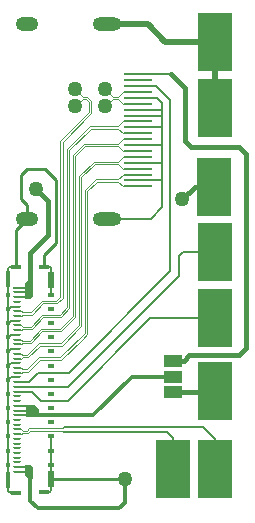
<source format=gtl>
G04*
G04 #@! TF.GenerationSoftware,Altium Limited,Altium Designer,18.0.12 (696)*
G04*
G04 Layer_Physical_Order=1*
G04 Layer_Color=255*
%FSLAX25Y25*%
%MOIN*%
G70*
G01*
G75*
%ADD12C,0.01000*%
%ADD13R,0.09449X0.01102*%
G04:AMPARAMS|DCode=14|XSize=7.87mil|YSize=25.2mil|CornerRadius=1.97mil|HoleSize=0mil|Usage=FLASHONLY|Rotation=270.000|XOffset=0mil|YOffset=0mil|HoleType=Round|Shape=RoundedRectangle|*
%AMROUNDEDRECTD14*
21,1,0.00787,0.02126,0,0,270.0*
21,1,0.00394,0.02520,0,0,270.0*
1,1,0.00394,-0.01063,-0.00197*
1,1,0.00394,-0.01063,0.00197*
1,1,0.00394,0.01063,0.00197*
1,1,0.00394,0.01063,-0.00197*
%
%ADD14ROUNDEDRECTD14*%
%ADD15R,0.03543X0.01575*%
%ADD16R,0.03189X0.01181*%
%ADD17R,0.02008X0.05512*%
%ADD18R,0.01417X0.05748*%
%ADD19R,0.02008X0.01772*%
%ADD20R,0.01417X0.01772*%
%ADD21R,0.02520X0.00787*%
%ADD22R,0.05906X0.03937*%
%ADD23R,0.11811X0.19685*%
%ADD39C,0.01200*%
%ADD40C,0.01600*%
%ADD41C,0.02000*%
%ADD42C,0.00600*%
%ADD43C,0.00800*%
%ADD44C,0.01400*%
%ADD45C,0.00400*%
%ADD46O,0.07480X0.04724*%
%ADD47O,0.09449X0.04724*%
%ADD48C,0.05000*%
G36*
X120300Y86800D02*
Y83100D01*
X120100Y82900D01*
X118800D01*
X117600Y84100D01*
Y87500D01*
X117700Y87600D01*
X119500D01*
X120300Y86800D01*
D02*
G37*
G36*
X122200Y106300D02*
Y103500D01*
X118400D01*
X118100Y103800D01*
Y107500D01*
X118200Y107600D01*
X120900D01*
X122200Y106300D01*
D02*
G37*
G36*
X120247Y143753D02*
X119247Y142753D01*
X117747D01*
Y148253D01*
X118747Y149253D01*
Y153253D01*
X120247D01*
Y143753D01*
D02*
G37*
D12*
X118569Y85169D02*
X119500Y84239D01*
X126500Y82650D02*
X150850D01*
X118331Y169520D02*
X118500Y169689D01*
Y174000D01*
X116500Y176000D02*
X118500Y174000D01*
X116500Y176000D02*
Y184000D01*
X118500Y186000D01*
X124500D01*
X128000Y182500D01*
Y161500D02*
Y182500D01*
X124000Y157500D02*
X128000Y161500D01*
X124000Y153417D02*
Y157500D01*
X114728Y165917D02*
X118331Y169520D01*
X114728Y153614D02*
Y165917D01*
D13*
X155260Y217748D02*
D03*
Y215779D02*
D03*
Y213811D02*
D03*
Y209874D02*
D03*
Y205937D02*
D03*
Y203969D02*
D03*
Y200031D02*
D03*
Y196095D02*
D03*
Y194126D02*
D03*
Y192157D02*
D03*
Y188221D02*
D03*
Y182315D02*
D03*
Y202000D02*
D03*
Y198063D02*
D03*
Y190189D02*
D03*
Y186252D02*
D03*
Y184283D02*
D03*
Y180347D02*
D03*
Y211842D02*
D03*
Y207906D02*
D03*
D14*
X115024Y122965D02*
D03*
Y124539D02*
D03*
Y132413D02*
D03*
Y133988D02*
D03*
Y85169D02*
D03*
Y86744D02*
D03*
Y88319D02*
D03*
Y89894D02*
D03*
Y91469D02*
D03*
Y93043D02*
D03*
Y94618D02*
D03*
Y96193D02*
D03*
Y97768D02*
D03*
Y99343D02*
D03*
Y100917D02*
D03*
Y102492D02*
D03*
Y104067D02*
D03*
Y105642D02*
D03*
Y107217D02*
D03*
Y108791D02*
D03*
Y110366D02*
D03*
Y111941D02*
D03*
Y113516D02*
D03*
Y115091D02*
D03*
Y116665D02*
D03*
Y118240D02*
D03*
Y119815D02*
D03*
Y121390D02*
D03*
Y126114D02*
D03*
Y127689D02*
D03*
Y129264D02*
D03*
Y130839D02*
D03*
Y135563D02*
D03*
Y137138D02*
D03*
Y138713D02*
D03*
Y140287D02*
D03*
Y141862D02*
D03*
Y143437D02*
D03*
Y145012D02*
D03*
D15*
X124000Y153417D02*
D03*
Y78339D02*
D03*
D16*
X114728Y153614D02*
D03*
Y78142D02*
D03*
D17*
X126500Y82650D02*
D03*
Y149106D02*
D03*
D18*
X112071Y149362D02*
D03*
Y82394D02*
D03*
D19*
X126500Y139500D02*
D03*
Y144224D02*
D03*
Y125327D02*
D03*
Y130051D02*
D03*
Y134776D02*
D03*
Y106429D02*
D03*
Y111153D02*
D03*
Y120602D02*
D03*
Y115878D02*
D03*
Y96980D02*
D03*
Y101705D02*
D03*
Y92256D02*
D03*
Y87532D02*
D03*
D20*
X112071Y92256D02*
D03*
Y87532D02*
D03*
Y106429D02*
D03*
Y111153D02*
D03*
Y101705D02*
D03*
Y96980D02*
D03*
Y125327D02*
D03*
Y120602D02*
D03*
Y115878D02*
D03*
Y134776D02*
D03*
Y130051D02*
D03*
Y139500D02*
D03*
Y144224D02*
D03*
D21*
X115024Y146587D02*
D03*
D22*
X167000Y116941D02*
D03*
Y122059D02*
D03*
Y111823D02*
D03*
D23*
X181000Y228500D02*
D03*
X167000Y86000D02*
D03*
X181000D02*
D03*
Y112000D02*
D03*
X180800Y180200D02*
D03*
X181000Y158500D02*
D03*
Y136500D02*
D03*
Y206500D02*
D03*
D39*
X120142Y105642D02*
X121684Y104100D01*
X140400D01*
X153241Y116941D01*
X167000D01*
D40*
X180823Y111823D02*
X181000Y112000D01*
X167000Y111823D02*
X180823D01*
X171000Y195500D02*
Y213000D01*
X166252Y217748D02*
X171000Y213000D01*
Y195500D02*
X173000Y193500D01*
X189000D01*
X191500Y191000D01*
Y126500D02*
Y191000D01*
X189000Y124000D02*
X191500Y126500D01*
X172500Y124000D02*
X189000D01*
X170559Y122059D02*
X172500Y124000D01*
X167000Y122059D02*
X170559D01*
X174200Y180200D02*
X180800D01*
X170000Y176000D02*
X174200Y180200D01*
X121500Y179500D02*
X125500Y175500D01*
Y164000D02*
Y175500D01*
X119500Y158000D02*
X125500Y164000D01*
X119500Y148000D02*
Y158000D01*
D41*
X145024Y234480D02*
X158520D01*
X164500Y228500D01*
X181000D01*
Y206500D02*
Y228500D01*
D42*
X163500Y188221D02*
Y194000D01*
X155260Y188221D02*
X163500D01*
Y182315D02*
Y188221D01*
Y173500D02*
Y182315D01*
X155260D02*
X163500D01*
Y194000D02*
Y200000D01*
X163374Y194126D02*
X163500Y194000D01*
X155260Y194126D02*
X163374D01*
X163500Y200000D02*
Y204000D01*
X163469Y200031D02*
X163500Y200000D01*
X155260Y200031D02*
X163469D01*
X163500Y204000D02*
Y206000D01*
X163469Y203969D02*
X163500Y204000D01*
X155260Y203969D02*
X163469D01*
X163500Y206000D02*
Y208000D01*
X163437Y205937D02*
X163500Y206000D01*
X155260Y205937D02*
X163437D01*
X145024Y169520D02*
X159520D01*
X163500Y173500D01*
X161626Y209874D02*
X163500Y208000D01*
X155260Y209874D02*
X161626D01*
X161189Y213811D02*
X166000Y209000D01*
Y152000D02*
Y209000D01*
X132300Y118300D02*
X166000Y152000D01*
X169000Y157000D02*
X170500Y158500D01*
X169000Y150500D02*
Y157000D01*
X132016Y113516D02*
X169000Y150500D01*
X159500Y136500D02*
X181000D01*
X131900Y108900D02*
X159500Y136500D01*
X123100Y108900D02*
X131900D01*
X170500Y158500D02*
X181000D01*
X115024Y113516D02*
X132016D01*
X155260Y213811D02*
X161189D01*
X122100Y118300D02*
X132300D01*
X126500Y92256D02*
Y96980D01*
Y87532D02*
Y92256D01*
Y82650D02*
Y87532D01*
Y79000D02*
Y82650D01*
X125839Y78339D02*
X126500Y79000D01*
X124000Y78339D02*
X125839D01*
X112858Y78142D02*
X114728D01*
X112071Y78929D02*
X112858Y78142D01*
X112071Y78929D02*
Y82394D01*
Y149362D02*
Y153071D01*
X112614Y153614D01*
X114728D01*
X126500Y149106D02*
Y153000D01*
X126083Y153417D02*
X126500Y153000D01*
X124000Y153417D02*
X126083D01*
X126500Y144224D02*
Y149106D01*
X115024Y146587D02*
X118587D01*
Y147087D02*
X119500Y148000D01*
X118587Y146587D02*
Y147087D01*
X167000Y86000D02*
Y96500D01*
X165100Y98400D02*
X167000Y96500D01*
X130600Y98400D02*
X165100D01*
X181000Y86000D02*
Y96200D01*
X176900Y100300D02*
X181000Y96200D01*
X130700Y100300D02*
X176900D01*
X120059Y111941D02*
X123100Y108900D01*
X115024Y111941D02*
X120059D01*
X118891Y115091D02*
X122100Y118300D01*
X115024Y115091D02*
X118891D01*
X112071Y144224D02*
Y149362D01*
Y139500D02*
Y144224D01*
Y134776D02*
Y139500D01*
Y130051D02*
Y134776D01*
Y125327D02*
Y130051D01*
Y120602D02*
Y125327D01*
Y115878D02*
Y120602D01*
Y111153D02*
Y115878D01*
Y106429D02*
Y111153D01*
Y101705D02*
Y106429D01*
Y96980D02*
Y101705D01*
Y92256D02*
Y96980D01*
Y87532D02*
Y92256D01*
Y82394D02*
Y87532D01*
X115024Y85169D02*
X118569D01*
X115024Y86744D02*
X118256D01*
X115024Y104067D02*
X118967D01*
X115024Y105642D02*
X120142D01*
X115024Y107217D02*
X118884D01*
X115024Y143437D02*
X118337D01*
X115024Y145012D02*
X118588D01*
X112071Y115878D02*
X112858Y116665D01*
X115024D01*
X112071Y120602D02*
X112858Y121390D01*
X115024D01*
X112071Y125327D02*
X112858Y126114D01*
X115024D01*
X112071Y130051D02*
X112858Y130839D01*
X115024D01*
X112071Y134776D02*
X112858Y135563D01*
X115024D01*
X112071Y139500D02*
X112858Y140287D01*
X115024D01*
D43*
X155260Y217748D02*
X166252D01*
D44*
X150850Y74850D02*
Y82650D01*
X149000Y73000D02*
X150850Y74850D01*
X122000Y73000D02*
X149000D01*
X119500Y75500D02*
X122000Y73000D01*
X119500Y75500D02*
Y84239D01*
D45*
X130100Y98900D02*
X130600Y98400D01*
X130100Y99700D02*
X130700Y100300D01*
X119276Y98900D02*
X130100D01*
X118531Y98155D02*
X119276Y98900D01*
X118945Y99700D02*
X130100D01*
X118200Y98955D02*
X118945Y99700D01*
X116871Y98955D02*
X118200D01*
X116483Y99343D02*
X116871Y98955D01*
X115024Y99343D02*
X116483D01*
X116871Y98155D02*
X118531D01*
X116483Y97768D02*
X116871Y98155D01*
X115024Y97768D02*
X116483D01*
X128169Y142300D02*
X129500Y143631D01*
X119525Y138325D02*
X123500Y142300D01*
X128169D01*
X115024Y138713D02*
X116483D01*
X116871Y138325D01*
X119525D01*
X150335Y207906D02*
X155260D01*
X148767Y209474D02*
X150335Y207906D01*
X128500Y141500D02*
X130300Y143300D01*
X119857Y137525D02*
X123831Y141500D01*
X128500D01*
X116871Y137525D02*
X119857D01*
X116483Y137138D02*
X116871Y137525D01*
X115024Y137138D02*
X116483D01*
X150335Y211842D02*
X155260D01*
X148767Y210274D02*
X150335Y211842D01*
X129500Y143631D02*
Y195500D01*
X130300Y143300D02*
Y195169D01*
X139800Y204669D01*
X129500Y195500D02*
X139000Y205000D01*
X139800Y204669D02*
Y208805D01*
X138331Y210274D02*
X139800Y208805D01*
X139000Y205000D02*
Y208474D01*
X138000Y209474D02*
X139000Y208474D01*
X136950Y210274D02*
X138331D01*
X134500Y212724D02*
X136950Y210274D01*
Y209474D02*
X138000D01*
X134500Y207024D02*
X136950Y209474D01*
X144500Y212724D02*
X146950Y210274D01*
X148767D01*
X144500Y207024D02*
X146950Y209474D01*
X148767D01*
X131700Y140000D02*
Y192931D01*
X132500Y139669D02*
Y192600D01*
X133700Y137300D02*
Y190731D01*
X134500Y136969D02*
Y190400D01*
X135700Y134100D02*
Y183731D01*
X136500Y133769D02*
Y183400D01*
X137700Y131600D02*
Y179131D01*
X138500Y131269D02*
Y178800D01*
X136866Y129634D02*
X138500Y131269D01*
X129500Y123400D02*
X137700Y131600D01*
X136866Y129634D02*
X136866D01*
X129831Y122600D02*
X136866Y129634D01*
X130031Y127300D02*
X136500Y133769D01*
X129700Y128100D02*
X135700Y134100D01*
X129531Y132000D02*
X134500Y136969D01*
X129200Y132800D02*
X133700Y137300D01*
X129200Y137500D02*
X131700Y140000D01*
X129531Y136700D02*
X132500Y139669D01*
X150335Y184283D02*
X155260D01*
X148767Y182715D02*
X150335Y184283D01*
X141284Y182715D02*
X148767D01*
X118328Y119428D02*
X122300Y123400D01*
X129500D01*
X115024Y119815D02*
X116483D01*
X116871Y119428D01*
X118328D01*
X148767Y181915D02*
X150335Y180347D01*
X155260D01*
X118659Y118628D02*
X122631Y122600D01*
X116871Y118628D02*
X118659D01*
X116483Y118240D02*
X116871Y118628D01*
X115024Y118240D02*
X116483D01*
X137700Y179131D02*
X141284Y182715D01*
X141615Y181915D02*
X148767D01*
X138500Y178800D02*
X141615Y181915D01*
X122631Y122600D02*
X129831D01*
X150335Y190189D02*
X155260D01*
X148767Y188620D02*
X150335Y190189D01*
X140589Y188620D02*
X148767D01*
X118352Y124152D02*
X122300Y128100D01*
X129700D01*
X115024Y124539D02*
X116483D01*
X116871Y124152D01*
X118352D01*
X148767Y187820D02*
X150335Y186252D01*
X155260D01*
X118683Y123352D02*
X122631Y127300D01*
X116871Y123352D02*
X118683D01*
X116483Y122965D02*
X116871Y123352D01*
X115024Y122965D02*
X116483D01*
X135700Y183731D02*
X140589Y188620D01*
X140920Y187820D02*
X148767D01*
X136500Y183400D02*
X140920Y187820D01*
X122631Y127300D02*
X130031D01*
X150335Y196095D02*
X155260D01*
X148767Y194526D02*
X150335Y196095D01*
X137495Y194526D02*
X148767D01*
X119176Y128876D02*
X123100Y132800D01*
X129200D01*
X115024Y129264D02*
X116483D01*
X116871Y128876D01*
X119176D01*
X148767Y193726D02*
X150335Y192157D01*
X155260D01*
X119508Y128076D02*
X123431Y132000D01*
X116871Y128076D02*
X119508D01*
X116483Y127689D02*
X116871Y128076D01*
X115024Y127689D02*
X116483D01*
X133700Y190731D02*
X137495Y194526D01*
X137826Y193726D02*
X148767D01*
X134500Y190400D02*
X137826Y193726D01*
X123431Y132000D02*
X129531D01*
X150335Y202000D02*
X155260D01*
X148767Y200431D02*
X150335Y202000D01*
X139200Y200431D02*
X148767D01*
X123500Y137500D02*
X129200D01*
X119601Y133601D02*
X123500Y137500D01*
X115024Y133988D02*
X116483D01*
X116871Y133601D01*
X119601D01*
X150335Y198063D02*
X155260D01*
X148767Y199632D02*
X150335Y198063D01*
X123831Y136700D02*
X129531D01*
X119932Y132801D02*
X123831Y136700D01*
X116871Y132801D02*
X119932D01*
X116483Y132413D02*
X116871Y132801D01*
X115024Y132413D02*
X116483D01*
X131700Y192931D02*
X139200Y200431D01*
X139532Y199632D02*
X148767D01*
X132500Y192600D02*
X139532Y199632D01*
D46*
X118331Y234480D02*
D03*
Y169520D02*
D03*
D47*
X145024Y234480D02*
D03*
Y169520D02*
D03*
D48*
X150850Y82650D02*
D03*
X170000Y176000D02*
D03*
X121500Y179500D02*
D03*
X134500Y212724D02*
D03*
Y207024D02*
D03*
X144500Y212724D02*
D03*
Y207024D02*
D03*
M02*

</source>
